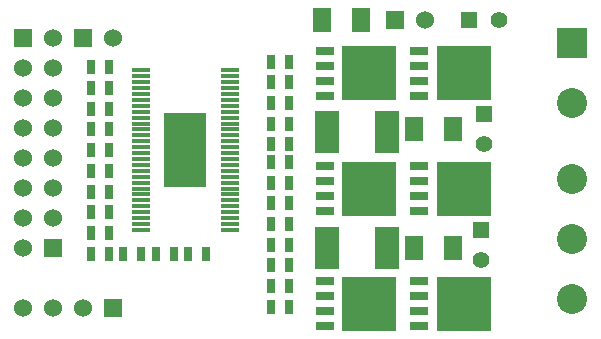
<source format=gts>
G04 (created by PCBNEW (2013-07-07 BZR 4022)-stable) date 15/08/2017 00:06:55*
%MOIN*%
G04 Gerber Fmt 3.4, Leading zero omitted, Abs format*
%FSLAX34Y34*%
G01*
G70*
G90*
G04 APERTURE LIST*
%ADD10C,0.00590551*%
%ADD11R,0.0610236X0.011811*%
%ADD12R,0.142126X0.25*%
%ADD13R,0.181102X0.181102*%
%ADD14R,0.0590551X0.0314961*%
%ADD15R,0.08X0.14*%
%ADD16R,0.06X0.08*%
%ADD17R,0.06X0.06*%
%ADD18C,0.06*%
%ADD19R,0.055X0.055*%
%ADD20C,0.055*%
%ADD21C,0.1*%
%ADD22R,0.1X0.1*%
%ADD23R,0.025X0.045*%
G04 APERTURE END LIST*
G54D10*
G54D11*
X29429Y-11318D03*
X29429Y-11515D03*
X29429Y-11712D03*
X29429Y-11909D03*
X29429Y-12106D03*
X29429Y-12303D03*
X29429Y-12500D03*
X29429Y-12696D03*
X29429Y-12893D03*
X29429Y-13090D03*
X29429Y-13287D03*
X29429Y-13484D03*
X29429Y-13681D03*
X29429Y-13877D03*
X29429Y-14074D03*
X29429Y-14271D03*
X29429Y-14468D03*
X29429Y-14665D03*
X29429Y-14862D03*
X29429Y-15059D03*
X29429Y-15255D03*
X29429Y-15452D03*
X29429Y-15649D03*
X29429Y-15846D03*
X29429Y-16043D03*
X29429Y-16240D03*
X29429Y-16437D03*
X29429Y-16633D03*
X32381Y-16633D03*
X32381Y-16437D03*
X32381Y-16240D03*
X32381Y-16043D03*
X32381Y-15846D03*
X32381Y-15649D03*
X32381Y-15452D03*
X32381Y-15255D03*
X32381Y-15059D03*
X32381Y-14862D03*
X32381Y-14665D03*
X32381Y-14468D03*
X32381Y-14271D03*
X32381Y-14074D03*
X32381Y-13877D03*
X32381Y-13681D03*
X32381Y-13484D03*
X32381Y-13287D03*
X32381Y-13090D03*
X32381Y-12893D03*
X32381Y-12696D03*
X32381Y-12500D03*
X32381Y-12303D03*
X32381Y-12106D03*
X32381Y-11909D03*
X32381Y-11712D03*
X32381Y-11515D03*
X32381Y-11318D03*
G54D12*
X30905Y-13976D03*
G54D13*
X37027Y-15255D03*
G54D14*
X35545Y-16005D03*
X35545Y-15505D03*
X35545Y-15005D03*
X35545Y-14505D03*
G54D13*
X40177Y-15255D03*
G54D14*
X38694Y-16005D03*
X38694Y-15505D03*
X38694Y-15005D03*
X38694Y-14505D03*
G54D13*
X40177Y-19094D03*
G54D14*
X38694Y-19844D03*
X38694Y-19344D03*
X38694Y-18844D03*
X38694Y-18344D03*
G54D13*
X37027Y-19094D03*
G54D14*
X35545Y-19844D03*
X35545Y-19344D03*
X35545Y-18844D03*
X35545Y-18344D03*
G54D13*
X37027Y-11417D03*
G54D14*
X35545Y-12167D03*
X35545Y-11667D03*
X35545Y-11167D03*
X35545Y-10667D03*
G54D13*
X40177Y-11417D03*
G54D14*
X38694Y-12167D03*
X38694Y-11667D03*
X38694Y-11167D03*
X38694Y-10667D03*
G54D15*
X35614Y-13385D03*
X37614Y-13385D03*
X35614Y-17224D03*
X37614Y-17224D03*
G54D16*
X39823Y-17224D03*
X38523Y-17224D03*
X36772Y-9645D03*
X35472Y-9645D03*
X39823Y-13287D03*
X38523Y-13287D03*
G54D17*
X25500Y-10250D03*
G54D18*
X26500Y-10250D03*
X25500Y-11250D03*
X26500Y-11250D03*
X25500Y-12250D03*
X26500Y-12250D03*
X25500Y-13250D03*
X26500Y-13250D03*
G54D17*
X26500Y-17250D03*
G54D18*
X25500Y-17250D03*
X26500Y-16250D03*
X25500Y-16250D03*
X26500Y-15250D03*
X25500Y-15250D03*
X26500Y-14250D03*
X25500Y-14250D03*
G54D17*
X28500Y-19250D03*
G54D18*
X27500Y-19250D03*
X26500Y-19250D03*
X25500Y-19250D03*
G54D17*
X27500Y-10250D03*
G54D18*
X28500Y-10250D03*
G54D17*
X37885Y-9645D03*
G54D18*
X38885Y-9645D03*
G54D19*
X40846Y-12787D03*
G54D20*
X40846Y-13787D03*
G54D19*
X40346Y-9645D03*
G54D20*
X41346Y-9645D03*
G54D19*
X40748Y-16625D03*
G54D20*
X40748Y-17625D03*
G54D21*
X43799Y-14929D03*
X43799Y-16929D03*
X43799Y-18929D03*
G54D22*
X43799Y-10417D03*
G54D21*
X43799Y-12417D03*
G54D23*
X27751Y-17421D03*
X28351Y-17421D03*
X27751Y-13287D03*
X28351Y-13287D03*
X28351Y-13976D03*
X27751Y-13976D03*
X33755Y-15059D03*
X34355Y-15059D03*
X33755Y-13090D03*
X34355Y-13090D03*
X34355Y-17814D03*
X33755Y-17814D03*
X33755Y-19192D03*
X34355Y-19192D03*
X27751Y-15354D03*
X28351Y-15354D03*
X33755Y-11023D03*
X34355Y-11023D03*
X28351Y-14665D03*
X27751Y-14665D03*
X31599Y-17421D03*
X30999Y-17421D03*
X29916Y-17421D03*
X30516Y-17421D03*
X28833Y-17421D03*
X29433Y-17421D03*
X27751Y-11220D03*
X28351Y-11220D03*
X33755Y-14370D03*
X34355Y-14370D03*
X33755Y-15748D03*
X34355Y-15748D03*
X33755Y-16437D03*
X34355Y-16437D03*
X33755Y-17125D03*
X34355Y-17125D03*
X33755Y-12401D03*
X34355Y-12401D03*
X33755Y-11712D03*
X34355Y-11712D03*
X33755Y-18503D03*
X34355Y-18503D03*
X28351Y-16732D03*
X27751Y-16732D03*
X27751Y-11909D03*
X28351Y-11909D03*
X33755Y-13779D03*
X34355Y-13779D03*
X27751Y-12598D03*
X28351Y-12598D03*
X27751Y-16043D03*
X28351Y-16043D03*
M02*

</source>
